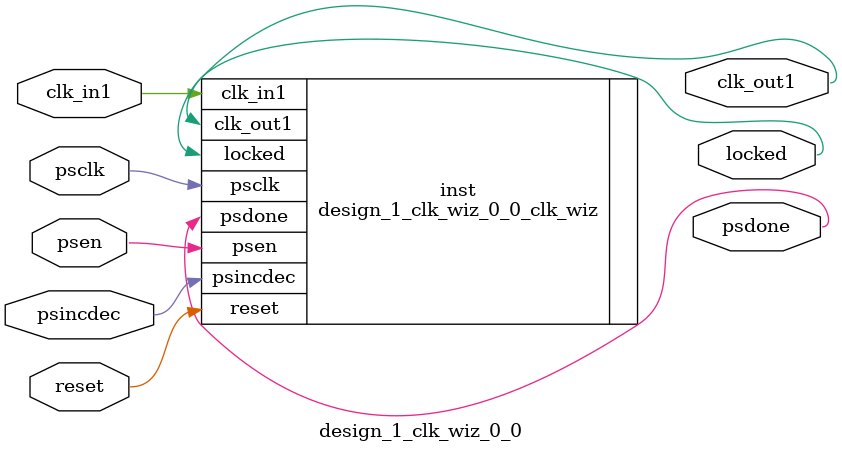
<source format=v>


`timescale 1ps/1ps

(* CORE_GENERATION_INFO = "design_1_clk_wiz_0_0,clk_wiz_v6_0_15_0_0,{component_name=design_1_clk_wiz_0_0,use_phase_alignment=false,use_min_o_jitter=false,use_max_i_jitter=false,use_dyn_phase_shift=true,use_inclk_switchover=false,use_dyn_reconfig=false,enable_axi=0,feedback_source=FDBK_AUTO,PRIMITIVE=MMCM,num_out_clk=1,clkin1_period=10.000,clkin2_period=10.000,use_power_down=false,use_reset=true,use_locked=true,use_inclk_stopped=false,feedback_type=SINGLE,CLOCK_MGR_TYPE=NA,manual_override=true}" *)

module design_1_clk_wiz_0_0 
 (
  // Clock out ports
  output        clk_out1,
  // Dynamic phase shift ports
  input         psclk,
  input         psen,
  input         psincdec,
  output        psdone,
  // Status and control signals
  input         reset,
  output        locked,
 // Clock in ports
  input         clk_in1
 );

  design_1_clk_wiz_0_0_clk_wiz inst
  (
  // Clock out ports  
  .clk_out1(clk_out1),
  // Dynamic phase shift ports                
  .psclk(psclk),
  .psen(psen),
  .psincdec(psincdec),
  .psdone(psdone),
  // Status and control signals               
  .reset(reset), 
  .locked(locked),
 // Clock in ports
  .clk_in1(clk_in1)
  );

endmodule

</source>
